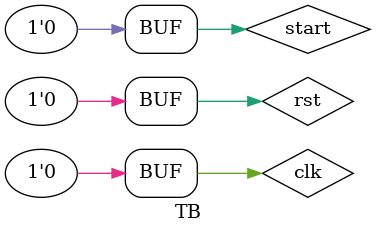
<source format=v>
module TB();
  reg clk=0,rst=0,start;
  cpu UUT(.clk(clk), .rst(rst), .start(start));
  initial begin
    #100
    rst=1;
    #100
    rst=0;
    #100
    start=0;
    clk=1;
    #100
    clk=0;
    #100
    start=1;
    clk=1;
    #100
    clk=0;
    #100
    start=0;
    #100
    clk=1;
    #100
    clk=0;
  end
  initial begin
    repeat(500) #100 clk=~clk;
  end
endmodule

</source>
